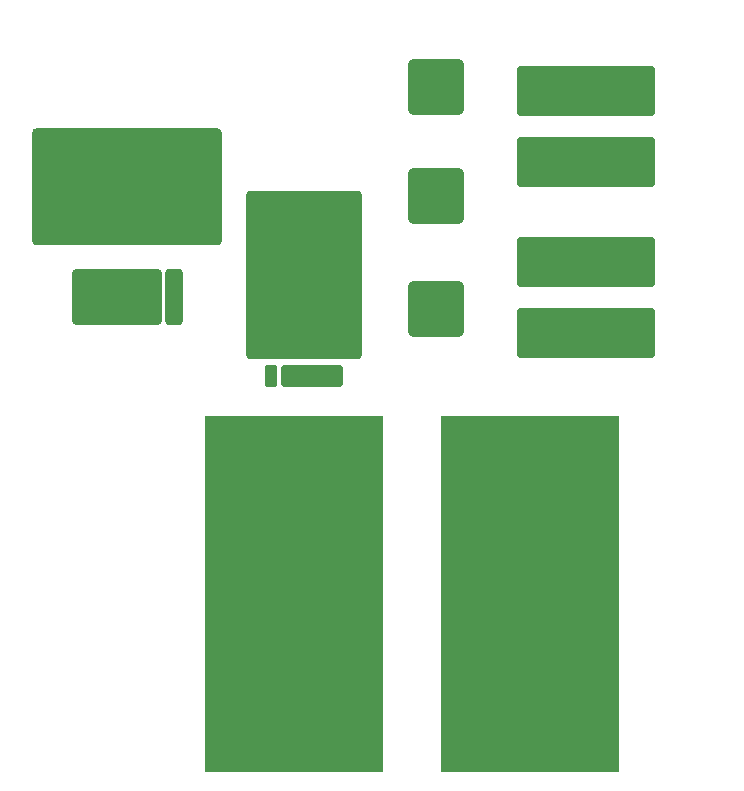
<source format=gbr>
%TF.GenerationSoftware,Altium Limited,Altium Designer,22.6.1 (34)*%
G04 Layer_Color=16711935*
%FSLAX26Y26*%
%MOIN*%
%TF.SameCoordinates,875EB05E-A6AF-4184-B243-C0806E1F30E9*%
%TF.FilePolarity,Negative*%
%TF.FileFunction,Soldermask,Bot*%
%TF.Part,Single*%
G01*
G75*
%TA.AperFunction,SMDPad,CuDef*%
G04:AMPARAMS|DCode=35|XSize=386mil|YSize=560mil|CornerRadius=12.5mil|HoleSize=0mil|Usage=FLASHONLY|Rotation=180.000|XOffset=0mil|YOffset=0mil|HoleType=Round|Shape=RoundedRectangle|*
%AMROUNDEDRECTD35*
21,1,0.386000,0.535000,0,0,180.0*
21,1,0.361000,0.560000,0,0,180.0*
1,1,0.025000,-0.180500,0.267500*
1,1,0.025000,0.180500,0.267500*
1,1,0.025000,0.180500,-0.267500*
1,1,0.025000,-0.180500,-0.267500*
%
%ADD35ROUNDEDRECTD35*%
G04:AMPARAMS|DCode=36|XSize=39mil|YSize=75mil|CornerRadius=7.125mil|HoleSize=0mil|Usage=FLASHONLY|Rotation=180.000|XOffset=0mil|YOffset=0mil|HoleType=Round|Shape=RoundedRectangle|*
%AMROUNDEDRECTD36*
21,1,0.039000,0.060750,0,0,180.0*
21,1,0.024750,0.075000,0,0,180.0*
1,1,0.014250,-0.012375,0.030375*
1,1,0.014250,0.012375,0.030375*
1,1,0.014250,0.012375,-0.030375*
1,1,0.014250,-0.012375,-0.030375*
%
%ADD36ROUNDEDRECTD36*%
G04:AMPARAMS|DCode=37|XSize=206mil|YSize=75mil|CornerRadius=11.625mil|HoleSize=0mil|Usage=FLASHONLY|Rotation=180.000|XOffset=0mil|YOffset=0mil|HoleType=Round|Shape=RoundedRectangle|*
%AMROUNDEDRECTD37*
21,1,0.206000,0.051750,0,0,180.0*
21,1,0.182750,0.075000,0,0,180.0*
1,1,0.023250,-0.091375,0.025875*
1,1,0.023250,0.091375,0.025875*
1,1,0.023250,0.091375,-0.025875*
1,1,0.023250,-0.091375,-0.025875*
%
%ADD37ROUNDEDRECTD37*%
%ADD38R,0.596551X1.187102*%
G04:AMPARAMS|DCode=39|XSize=186mil|YSize=186mil|CornerRadius=16.5mil|HoleSize=0mil|Usage=FLASHONLY|Rotation=180.000|XOffset=0mil|YOffset=0mil|HoleType=Round|Shape=RoundedRectangle|*
%AMROUNDEDRECTD39*
21,1,0.186000,0.153000,0,0,180.0*
21,1,0.153000,0.186000,0,0,180.0*
1,1,0.033000,-0.076500,0.076500*
1,1,0.033000,0.076500,0.076500*
1,1,0.033000,0.076500,-0.076500*
1,1,0.033000,-0.076500,-0.076500*
%
%ADD39ROUNDEDRECTD39*%
G04:AMPARAMS|DCode=40|XSize=462.693mil|YSize=167.417mil|CornerRadius=15.106mil|HoleSize=0mil|Usage=FLASHONLY|Rotation=0.000|XOffset=0mil|YOffset=0mil|HoleType=Round|Shape=RoundedRectangle|*
%AMROUNDEDRECTD40*
21,1,0.462693,0.137205,0,0,0.0*
21,1,0.432480,0.167417,0,0,0.0*
1,1,0.030213,0.216240,-0.068602*
1,1,0.030213,-0.216240,-0.068602*
1,1,0.030213,-0.216240,0.068602*
1,1,0.030213,0.216240,0.068602*
%
%ADD40ROUNDEDRECTD40*%
G04:AMPARAMS|DCode=41|XSize=297mil|YSize=187mil|CornerRadius=12.05mil|HoleSize=0mil|Usage=FLASHONLY|Rotation=180.000|XOffset=0mil|YOffset=0mil|HoleType=Round|Shape=RoundedRectangle|*
%AMROUNDEDRECTD41*
21,1,0.297000,0.162900,0,0,180.0*
21,1,0.272900,0.187000,0,0,180.0*
1,1,0.024100,-0.136450,0.081450*
1,1,0.024100,0.136450,0.081450*
1,1,0.024100,0.136450,-0.081450*
1,1,0.024100,-0.136450,-0.081450*
%
%ADD41ROUNDEDRECTD41*%
G04:AMPARAMS|DCode=42|XSize=57mil|YSize=187mil|CornerRadius=9.375mil|HoleSize=0mil|Usage=FLASHONLY|Rotation=180.000|XOffset=0mil|YOffset=0mil|HoleType=Round|Shape=RoundedRectangle|*
%AMROUNDEDRECTD42*
21,1,0.057000,0.168250,0,0,180.0*
21,1,0.038250,0.187000,0,0,180.0*
1,1,0.018750,-0.019125,0.084125*
1,1,0.018750,0.019125,0.084125*
1,1,0.018750,0.019125,-0.084125*
1,1,0.018750,-0.019125,-0.084125*
%
%ADD42ROUNDEDRECTD42*%
G04:AMPARAMS|DCode=43|XSize=631mil|YSize=390mil|CornerRadius=12.6mil|HoleSize=0mil|Usage=FLASHONLY|Rotation=180.000|XOffset=0mil|YOffset=0mil|HoleType=Round|Shape=RoundedRectangle|*
%AMROUNDEDRECTD43*
21,1,0.631000,0.364800,0,0,180.0*
21,1,0.605800,0.390000,0,0,180.0*
1,1,0.025200,-0.302900,0.182400*
1,1,0.025200,0.302900,0.182400*
1,1,0.025200,0.302900,-0.182400*
1,1,0.025200,-0.302900,-0.182400*
%
%ADD43ROUNDEDRECTD43*%
%TA.AperFunction,ViaPad*%
%ADD44C,0.006000*%
D35*
X970000Y1744500D02*
D03*
D36*
X860000Y1405500D02*
D03*
D37*
X997000D02*
D03*
D38*
X936300Y680000D02*
D03*
X1723700D02*
D03*
D39*
X1410000Y2370000D02*
D03*
Y2008598D02*
D03*
Y1630000D02*
D03*
D40*
X1910000Y2121890D02*
D03*
Y2358110D02*
D03*
Y1550000D02*
D03*
Y1786220D02*
D03*
D41*
X345000Y1670000D02*
D03*
D42*
X535000D02*
D03*
D43*
X380000Y2037000D02*
D03*
D44*
X2375000Y2475000D02*
D03*
X125000D02*
D03*
X2375000Y125000D02*
D03*
X125000D02*
D03*
%TF.MD5,92ef4cdf8acb5af9cd86ac8fd2dc69a0*%
M02*

</source>
